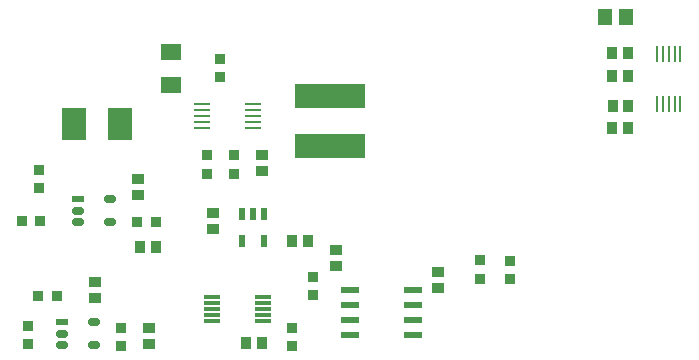
<source format=gtp>
G04*
G04 #@! TF.GenerationSoftware,Altium Limited,Altium Designer,18.1.6 (161)*
G04*
G04 Layer_Color=8421504*
%FSLAX25Y25*%
%MOIN*%
G70*
G01*
G75*
%ADD17R,0.04528X0.05512*%
%ADD18R,0.03937X0.03543*%
%ADD19R,0.03543X0.03937*%
%ADD20R,0.03347X0.03347*%
%ADD21R,0.01102X0.05512*%
%ADD22R,0.06299X0.02362*%
%ADD23R,0.05709X0.01358*%
%ADD24R,0.03347X0.03347*%
G04:AMPARAMS|DCode=25|XSize=23.62mil|YSize=39.37mil|CornerRadius=5.91mil|HoleSize=0mil|Usage=FLASHONLY|Rotation=90.000|XOffset=0mil|YOffset=0mil|HoleType=Round|Shape=RoundedRectangle|*
%AMROUNDEDRECTD25*
21,1,0.02362,0.02756,0,0,90.0*
21,1,0.01181,0.03937,0,0,90.0*
1,1,0.01181,0.01378,0.00591*
1,1,0.01181,0.01378,-0.00591*
1,1,0.01181,-0.01378,-0.00591*
1,1,0.01181,-0.01378,0.00591*
%
%ADD25ROUNDEDRECTD25*%
%ADD26R,0.03937X0.02362*%
%ADD27R,0.07087X0.05512*%
%ADD28R,0.23622X0.08268*%
%ADD29R,0.08465X0.11024*%
%ADD30R,0.05512X0.01102*%
%ADD31R,0.02362X0.04134*%
D17*
X284744Y231102D02*
D03*
X291634D02*
D03*
D18*
X114567Y142733D02*
D03*
Y137418D02*
D03*
X194882Y153580D02*
D03*
Y148265D02*
D03*
X229134Y145965D02*
D03*
Y140650D02*
D03*
X132677Y122146D02*
D03*
Y127461D02*
D03*
X170472Y184941D02*
D03*
Y179626D02*
D03*
X153937Y160335D02*
D03*
Y165650D02*
D03*
X129134Y177067D02*
D03*
Y171752D02*
D03*
D19*
X287008Y211276D02*
D03*
X292323D02*
D03*
X287106Y219150D02*
D03*
X292421D02*
D03*
X287055Y194229D02*
D03*
X292370D02*
D03*
X287205Y201433D02*
D03*
X292520D02*
D03*
X129626Y154331D02*
D03*
X134941D02*
D03*
X185728Y156299D02*
D03*
X180413D02*
D03*
X165059Y122441D02*
D03*
X170374D02*
D03*
D20*
X242913Y143898D02*
D03*
Y150000D02*
D03*
X253150Y143799D02*
D03*
Y149902D02*
D03*
X123429Y127406D02*
D03*
Y121303D02*
D03*
X92520Y128248D02*
D03*
Y122146D02*
D03*
X161024Y178839D02*
D03*
Y184941D02*
D03*
X151969Y178839D02*
D03*
Y184941D02*
D03*
X156299Y217224D02*
D03*
Y211122D02*
D03*
X96063Y174114D02*
D03*
Y180217D02*
D03*
X180315Y121457D02*
D03*
Y127559D02*
D03*
X187401Y144390D02*
D03*
Y138287D02*
D03*
D21*
X309842Y218913D02*
D03*
X307874D02*
D03*
X305906D02*
D03*
X303937D02*
D03*
X309842Y202063D02*
D03*
X305906D02*
D03*
X303937D02*
D03*
X307874D02*
D03*
X301969Y218913D02*
D03*
Y202063D02*
D03*
D22*
X220866Y140177D02*
D03*
Y135177D02*
D03*
Y130177D02*
D03*
Y125177D02*
D03*
X199606D02*
D03*
Y140177D02*
D03*
Y135177D02*
D03*
Y130177D02*
D03*
D23*
X153543Y137795D02*
D03*
Y135827D02*
D03*
Y133858D02*
D03*
Y131890D02*
D03*
Y129921D02*
D03*
X170866Y137795D02*
D03*
Y135827D02*
D03*
Y133858D02*
D03*
Y131890D02*
D03*
Y129921D02*
D03*
D24*
X101870Y138189D02*
D03*
X95768D02*
D03*
X134941Y162694D02*
D03*
X128839D02*
D03*
X90256Y162992D02*
D03*
X96358D02*
D03*
D25*
X114469Y129331D02*
D03*
Y121850D02*
D03*
X103642Y125591D02*
D03*
Y121850D02*
D03*
X119787Y170276D02*
D03*
Y162795D02*
D03*
X108961D02*
D03*
Y166535D02*
D03*
D26*
X103642Y129331D02*
D03*
X108961Y170276D02*
D03*
D27*
X139972Y219406D02*
D03*
Y208579D02*
D03*
D28*
X192913Y188189D02*
D03*
Y204724D02*
D03*
D29*
X123031Y195276D02*
D03*
X107677D02*
D03*
D30*
X167287Y194095D02*
D03*
Y196063D02*
D03*
Y198031D02*
D03*
Y200000D02*
D03*
Y201969D02*
D03*
X150437Y194095D02*
D03*
Y196063D02*
D03*
Y198031D02*
D03*
Y200000D02*
D03*
Y201969D02*
D03*
D31*
X171080Y156398D02*
D03*
X163599D02*
D03*
Y165453D02*
D03*
X167340D02*
D03*
X171080D02*
D03*
M02*

</source>
